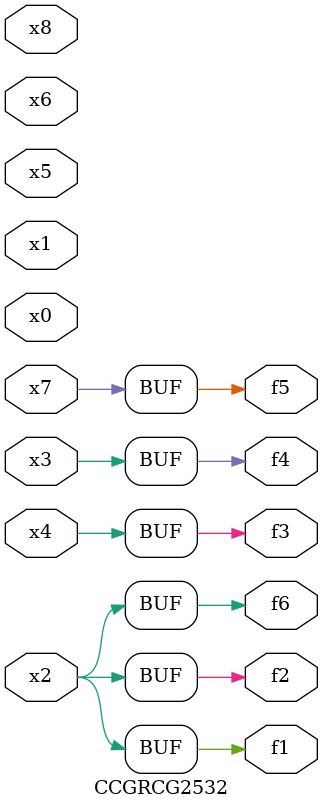
<source format=v>
module CCGRCG2532(
	input x0, x1, x2, x3, x4, x5, x6, x7, x8,
	output f1, f2, f3, f4, f5, f6
);
	assign f1 = x2;
	assign f2 = x2;
	assign f3 = x4;
	assign f4 = x3;
	assign f5 = x7;
	assign f6 = x2;
endmodule

</source>
